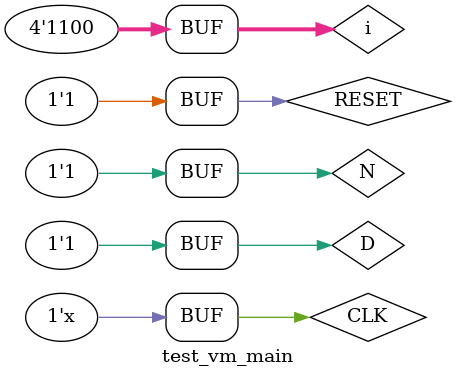
<source format=v>
`timescale 1ns / 1ps


module test_vm_main;

  // Inputs
  reg N;
  reg D;
  reg RESET;
  reg CLK;

  // Outputs
  wire [6:0] D1;
  wire [6:0] D0;
  wire rel;

  // Instantiate the Unit Under Test (UUT)
  vm_main uut (
    .N(N),
    .D(D),
    .RESET(RESET),
    .CLK(CLK),
    .D1(D1),
    .D0(D0),
    .rel(rel)
  );

  reg [3:0] i;

  always #10 CLK = ~CLK;

  initial begin
    // Initialize Inputs
    N = 0;
    D = 0;
    RESET = 1;
    CLK = 0;

    // Wait 100 ns for global reset to finish
    #225;

    for (i = 0; i < 4'b1100; i = i+1) begin
      RESET = 1;
      #20;
      RESET = 0;
      N = i[2];
      D = i[3];
      #20;
      N = i[0];
      D = i[1];
      #20;
    end

  RESET = 1;
  #20;
  end

endmodule

</source>
